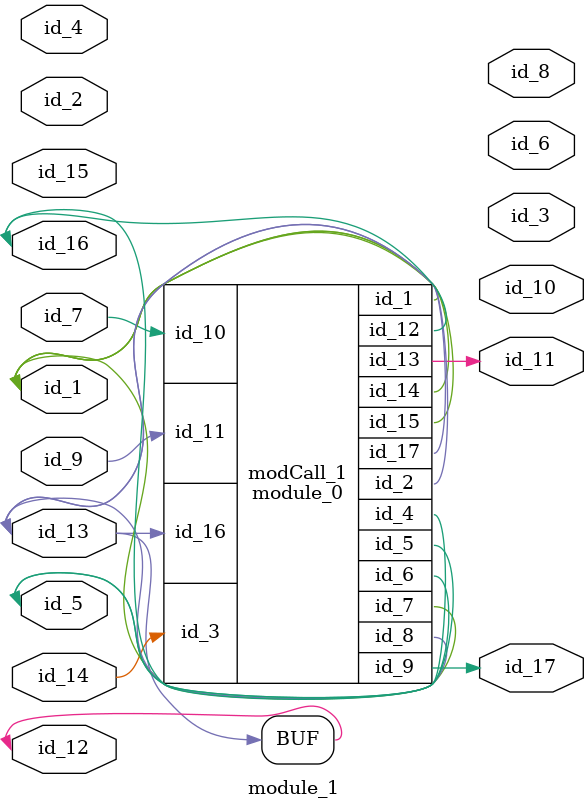
<source format=v>
module module_0 (
    id_1,
    id_2,
    id_3,
    id_4,
    id_5,
    id_6,
    id_7,
    id_8,
    id_9,
    id_10,
    id_11,
    id_12,
    id_13,
    id_14,
    id_15,
    id_16,
    id_17
);
  inout wire id_17;
  input wire id_16;
  inout wire id_15;
  inout wire id_14;
  output wire id_13;
  output wire id_12;
  input wire id_11;
  input wire id_10;
  output wire id_9;
  inout wire id_8;
  inout wire id_7;
  inout wire id_6;
  inout wire id_5;
  output wire id_4;
  input wire id_3;
  output wire id_2;
  inout wire id_1;
endmodule
module module_1 (
    id_1,
    id_2,
    id_3,
    id_4,
    id_5,
    id_6,
    id_7,
    id_8,
    id_9,
    id_10,
    id_11,
    id_12,
    id_13,
    id_14,
    id_15,
    id_16,
    id_17
);
  output wire id_17;
  inout wire id_16;
  input wire id_15;
  input wire id_14;
  input wire id_13;
  inout wire id_12;
  output wire id_11;
  output wire id_10;
  input wire id_9;
  output wire id_8;
  input wire id_7;
  output wire id_6;
  inout wire id_5;
  inout wire id_4;
  output wire id_3;
  input wire id_2;
  inout wire id_1;
  initial begin : LABEL_0
    id_12 = id_13;
  end
  module_0 modCall_1 (
      id_1,
      id_12,
      id_14,
      id_5,
      id_16,
      id_5,
      id_1,
      id_12,
      id_17,
      id_7,
      id_9,
      id_16,
      id_11,
      id_1,
      id_1,
      id_13,
      id_12
  );
endmodule

</source>
